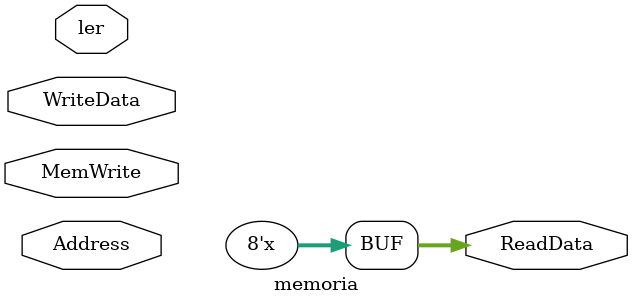
<source format=v>

module memoria(
    
    input [31:0] Address,
    input MemWrite,ler,
	 input [7:0] WriteData,
    output reg [7:0] ReadData
    );

    
    reg [7:0] memory [0:500];

    reg [31:0] addr_reg = 0;
		
	//initial begin
	//memory[32'd50] <= 7'd6;
	
	//end
	

    // Escrita sequencial ao subir do clock
    // Escrita sequencial ao subir do clock
    always @(*) begin
        if (MemWrite) begin
            memory[Address] <= WriteData;
        end
		  else if(ler) begin
		  addr_reg <= Address;
		 //assign ReadData= memory[Address];
		 ReadData <= memory[addr_reg];
		  
		  end
    end

    
   // always @(negedge Clock) begin
      //  addr_reg <= Address;
   // end
    
    //assign ReadData = MemWrite ? WriteData : memory[addr_reg];



endmodule

</source>
